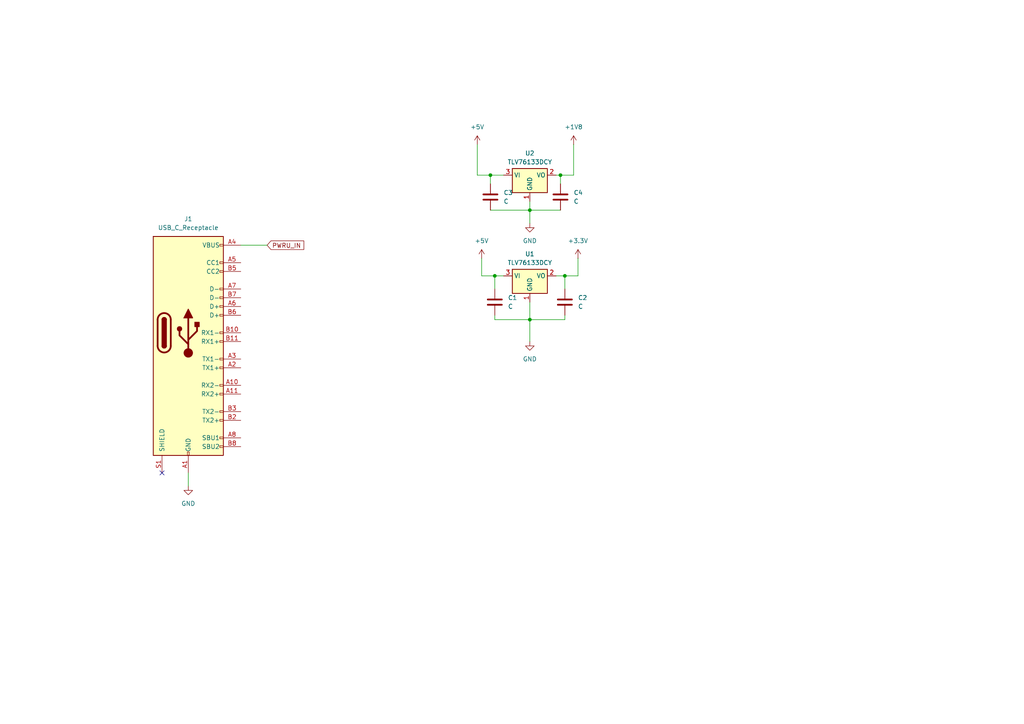
<source format=kicad_sch>
(kicad_sch
	(version 20231120)
	(generator "eeschema")
	(generator_version "8.0")
	(uuid "9673fe47-6f85-46d5-adac-85f6bab3eb26")
	(paper "A4")
	(lib_symbols
		(symbol "Connector:USB_C_Receptacle"
			(pin_names
				(offset 1.016)
			)
			(exclude_from_sim no)
			(in_bom yes)
			(on_board yes)
			(property "Reference" "J"
				(at -10.16 29.21 0)
				(effects
					(font
						(size 1.27 1.27)
					)
					(justify left)
				)
			)
			(property "Value" "USB_C_Receptacle"
				(at 10.16 29.21 0)
				(effects
					(font
						(size 1.27 1.27)
					)
					(justify right)
				)
			)
			(property "Footprint" ""
				(at 3.81 0 0)
				(effects
					(font
						(size 1.27 1.27)
					)
					(hide yes)
				)
			)
			(property "Datasheet" "https://www.usb.org/sites/default/files/documents/usb_type-c.zip"
				(at 3.81 0 0)
				(effects
					(font
						(size 1.27 1.27)
					)
					(hide yes)
				)
			)
			(property "Description" "USB Full-Featured Type-C Receptacle connector"
				(at 0 0 0)
				(effects
					(font
						(size 1.27 1.27)
					)
					(hide yes)
				)
			)
			(property "ki_keywords" "usb universal serial bus type-C full-featured"
				(at 0 0 0)
				(effects
					(font
						(size 1.27 1.27)
					)
					(hide yes)
				)
			)
			(property "ki_fp_filters" "USB*C*Receptacle*"
				(at 0 0 0)
				(effects
					(font
						(size 1.27 1.27)
					)
					(hide yes)
				)
			)
			(symbol "USB_C_Receptacle_0_0"
				(rectangle
					(start -0.254 -35.56)
					(end 0.254 -34.544)
					(stroke
						(width 0)
						(type default)
					)
					(fill
						(type none)
					)
				)
				(rectangle
					(start 10.16 -32.766)
					(end 9.144 -33.274)
					(stroke
						(width 0)
						(type default)
					)
					(fill
						(type none)
					)
				)
				(rectangle
					(start 10.16 -30.226)
					(end 9.144 -30.734)
					(stroke
						(width 0)
						(type default)
					)
					(fill
						(type none)
					)
				)
				(rectangle
					(start 10.16 -25.146)
					(end 9.144 -25.654)
					(stroke
						(width 0)
						(type default)
					)
					(fill
						(type none)
					)
				)
				(rectangle
					(start 10.16 -22.606)
					(end 9.144 -23.114)
					(stroke
						(width 0)
						(type default)
					)
					(fill
						(type none)
					)
				)
				(rectangle
					(start 10.16 -17.526)
					(end 9.144 -18.034)
					(stroke
						(width 0)
						(type default)
					)
					(fill
						(type none)
					)
				)
				(rectangle
					(start 10.16 -14.986)
					(end 9.144 -15.494)
					(stroke
						(width 0)
						(type default)
					)
					(fill
						(type none)
					)
				)
				(rectangle
					(start 10.16 -9.906)
					(end 9.144 -10.414)
					(stroke
						(width 0)
						(type default)
					)
					(fill
						(type none)
					)
				)
				(rectangle
					(start 10.16 -7.366)
					(end 9.144 -7.874)
					(stroke
						(width 0)
						(type default)
					)
					(fill
						(type none)
					)
				)
				(rectangle
					(start 10.16 -2.286)
					(end 9.144 -2.794)
					(stroke
						(width 0)
						(type default)
					)
					(fill
						(type none)
					)
				)
				(rectangle
					(start 10.16 0.254)
					(end 9.144 -0.254)
					(stroke
						(width 0)
						(type default)
					)
					(fill
						(type none)
					)
				)
				(rectangle
					(start 10.16 5.334)
					(end 9.144 4.826)
					(stroke
						(width 0)
						(type default)
					)
					(fill
						(type none)
					)
				)
				(rectangle
					(start 10.16 7.874)
					(end 9.144 7.366)
					(stroke
						(width 0)
						(type default)
					)
					(fill
						(type none)
					)
				)
				(rectangle
					(start 10.16 10.414)
					(end 9.144 9.906)
					(stroke
						(width 0)
						(type default)
					)
					(fill
						(type none)
					)
				)
				(rectangle
					(start 10.16 12.954)
					(end 9.144 12.446)
					(stroke
						(width 0)
						(type default)
					)
					(fill
						(type none)
					)
				)
				(rectangle
					(start 10.16 18.034)
					(end 9.144 17.526)
					(stroke
						(width 0)
						(type default)
					)
					(fill
						(type none)
					)
				)
				(rectangle
					(start 10.16 20.574)
					(end 9.144 20.066)
					(stroke
						(width 0)
						(type default)
					)
					(fill
						(type none)
					)
				)
				(rectangle
					(start 10.16 25.654)
					(end 9.144 25.146)
					(stroke
						(width 0)
						(type default)
					)
					(fill
						(type none)
					)
				)
			)
			(symbol "USB_C_Receptacle_0_1"
				(rectangle
					(start -10.16 27.94)
					(end 10.16 -35.56)
					(stroke
						(width 0.254)
						(type default)
					)
					(fill
						(type background)
					)
				)
				(arc
					(start -8.89 -3.81)
					(mid -6.985 -5.7067)
					(end -5.08 -3.81)
					(stroke
						(width 0.508)
						(type default)
					)
					(fill
						(type none)
					)
				)
				(arc
					(start -7.62 -3.81)
					(mid -6.985 -4.4423)
					(end -6.35 -3.81)
					(stroke
						(width 0.254)
						(type default)
					)
					(fill
						(type none)
					)
				)
				(arc
					(start -7.62 -3.81)
					(mid -6.985 -4.4423)
					(end -6.35 -3.81)
					(stroke
						(width 0.254)
						(type default)
					)
					(fill
						(type outline)
					)
				)
				(rectangle
					(start -7.62 -3.81)
					(end -6.35 3.81)
					(stroke
						(width 0.254)
						(type default)
					)
					(fill
						(type outline)
					)
				)
				(arc
					(start -6.35 3.81)
					(mid -6.985 4.4423)
					(end -7.62 3.81)
					(stroke
						(width 0.254)
						(type default)
					)
					(fill
						(type none)
					)
				)
				(arc
					(start -6.35 3.81)
					(mid -6.985 4.4423)
					(end -7.62 3.81)
					(stroke
						(width 0.254)
						(type default)
					)
					(fill
						(type outline)
					)
				)
				(arc
					(start -5.08 3.81)
					(mid -6.985 5.7067)
					(end -8.89 3.81)
					(stroke
						(width 0.508)
						(type default)
					)
					(fill
						(type none)
					)
				)
				(polyline
					(pts
						(xy -8.89 -3.81) (xy -8.89 3.81)
					)
					(stroke
						(width 0.508)
						(type default)
					)
					(fill
						(type none)
					)
				)
				(polyline
					(pts
						(xy -5.08 3.81) (xy -5.08 -3.81)
					)
					(stroke
						(width 0.508)
						(type default)
					)
					(fill
						(type none)
					)
				)
			)
			(symbol "USB_C_Receptacle_1_1"
				(circle
					(center -2.54 1.143)
					(radius 0.635)
					(stroke
						(width 0.254)
						(type default)
					)
					(fill
						(type outline)
					)
				)
				(circle
					(center 0 -5.842)
					(radius 1.27)
					(stroke
						(width 0)
						(type default)
					)
					(fill
						(type outline)
					)
				)
				(polyline
					(pts
						(xy 0 -5.842) (xy 0 4.318)
					)
					(stroke
						(width 0.508)
						(type default)
					)
					(fill
						(type none)
					)
				)
				(polyline
					(pts
						(xy 0 -3.302) (xy -2.54 -0.762) (xy -2.54 0.508)
					)
					(stroke
						(width 0.508)
						(type default)
					)
					(fill
						(type none)
					)
				)
				(polyline
					(pts
						(xy 0 -2.032) (xy 2.54 0.508) (xy 2.54 1.778)
					)
					(stroke
						(width 0.508)
						(type default)
					)
					(fill
						(type none)
					)
				)
				(polyline
					(pts
						(xy -1.27 4.318) (xy 0 6.858) (xy 1.27 4.318) (xy -1.27 4.318)
					)
					(stroke
						(width 0.254)
						(type default)
					)
					(fill
						(type outline)
					)
				)
				(rectangle
					(start 1.905 1.778)
					(end 3.175 3.048)
					(stroke
						(width 0.254)
						(type default)
					)
					(fill
						(type outline)
					)
				)
				(pin passive line
					(at 0 -40.64 90)
					(length 5.08)
					(name "GND"
						(effects
							(font
								(size 1.27 1.27)
							)
						)
					)
					(number "A1"
						(effects
							(font
								(size 1.27 1.27)
							)
						)
					)
				)
				(pin bidirectional line
					(at 15.24 -15.24 180)
					(length 5.08)
					(name "RX2-"
						(effects
							(font
								(size 1.27 1.27)
							)
						)
					)
					(number "A10"
						(effects
							(font
								(size 1.27 1.27)
							)
						)
					)
				)
				(pin bidirectional line
					(at 15.24 -17.78 180)
					(length 5.08)
					(name "RX2+"
						(effects
							(font
								(size 1.27 1.27)
							)
						)
					)
					(number "A11"
						(effects
							(font
								(size 1.27 1.27)
							)
						)
					)
				)
				(pin passive line
					(at 0 -40.64 90)
					(length 5.08) hide
					(name "GND"
						(effects
							(font
								(size 1.27 1.27)
							)
						)
					)
					(number "A12"
						(effects
							(font
								(size 1.27 1.27)
							)
						)
					)
				)
				(pin bidirectional line
					(at 15.24 -10.16 180)
					(length 5.08)
					(name "TX1+"
						(effects
							(font
								(size 1.27 1.27)
							)
						)
					)
					(number "A2"
						(effects
							(font
								(size 1.27 1.27)
							)
						)
					)
				)
				(pin bidirectional line
					(at 15.24 -7.62 180)
					(length 5.08)
					(name "TX1-"
						(effects
							(font
								(size 1.27 1.27)
							)
						)
					)
					(number "A3"
						(effects
							(font
								(size 1.27 1.27)
							)
						)
					)
				)
				(pin passive line
					(at 15.24 25.4 180)
					(length 5.08)
					(name "VBUS"
						(effects
							(font
								(size 1.27 1.27)
							)
						)
					)
					(number "A4"
						(effects
							(font
								(size 1.27 1.27)
							)
						)
					)
				)
				(pin bidirectional line
					(at 15.24 20.32 180)
					(length 5.08)
					(name "CC1"
						(effects
							(font
								(size 1.27 1.27)
							)
						)
					)
					(number "A5"
						(effects
							(font
								(size 1.27 1.27)
							)
						)
					)
				)
				(pin bidirectional line
					(at 15.24 7.62 180)
					(length 5.08)
					(name "D+"
						(effects
							(font
								(size 1.27 1.27)
							)
						)
					)
					(number "A6"
						(effects
							(font
								(size 1.27 1.27)
							)
						)
					)
				)
				(pin bidirectional line
					(at 15.24 12.7 180)
					(length 5.08)
					(name "D-"
						(effects
							(font
								(size 1.27 1.27)
							)
						)
					)
					(number "A7"
						(effects
							(font
								(size 1.27 1.27)
							)
						)
					)
				)
				(pin bidirectional line
					(at 15.24 -30.48 180)
					(length 5.08)
					(name "SBU1"
						(effects
							(font
								(size 1.27 1.27)
							)
						)
					)
					(number "A8"
						(effects
							(font
								(size 1.27 1.27)
							)
						)
					)
				)
				(pin passive line
					(at 15.24 25.4 180)
					(length 5.08) hide
					(name "VBUS"
						(effects
							(font
								(size 1.27 1.27)
							)
						)
					)
					(number "A9"
						(effects
							(font
								(size 1.27 1.27)
							)
						)
					)
				)
				(pin passive line
					(at 0 -40.64 90)
					(length 5.08) hide
					(name "GND"
						(effects
							(font
								(size 1.27 1.27)
							)
						)
					)
					(number "B1"
						(effects
							(font
								(size 1.27 1.27)
							)
						)
					)
				)
				(pin bidirectional line
					(at 15.24 0 180)
					(length 5.08)
					(name "RX1-"
						(effects
							(font
								(size 1.27 1.27)
							)
						)
					)
					(number "B10"
						(effects
							(font
								(size 1.27 1.27)
							)
						)
					)
				)
				(pin bidirectional line
					(at 15.24 -2.54 180)
					(length 5.08)
					(name "RX1+"
						(effects
							(font
								(size 1.27 1.27)
							)
						)
					)
					(number "B11"
						(effects
							(font
								(size 1.27 1.27)
							)
						)
					)
				)
				(pin passive line
					(at 0 -40.64 90)
					(length 5.08) hide
					(name "GND"
						(effects
							(font
								(size 1.27 1.27)
							)
						)
					)
					(number "B12"
						(effects
							(font
								(size 1.27 1.27)
							)
						)
					)
				)
				(pin bidirectional line
					(at 15.24 -25.4 180)
					(length 5.08)
					(name "TX2+"
						(effects
							(font
								(size 1.27 1.27)
							)
						)
					)
					(number "B2"
						(effects
							(font
								(size 1.27 1.27)
							)
						)
					)
				)
				(pin bidirectional line
					(at 15.24 -22.86 180)
					(length 5.08)
					(name "TX2-"
						(effects
							(font
								(size 1.27 1.27)
							)
						)
					)
					(number "B3"
						(effects
							(font
								(size 1.27 1.27)
							)
						)
					)
				)
				(pin passive line
					(at 15.24 25.4 180)
					(length 5.08) hide
					(name "VBUS"
						(effects
							(font
								(size 1.27 1.27)
							)
						)
					)
					(number "B4"
						(effects
							(font
								(size 1.27 1.27)
							)
						)
					)
				)
				(pin bidirectional line
					(at 15.24 17.78 180)
					(length 5.08)
					(name "CC2"
						(effects
							(font
								(size 1.27 1.27)
							)
						)
					)
					(number "B5"
						(effects
							(font
								(size 1.27 1.27)
							)
						)
					)
				)
				(pin bidirectional line
					(at 15.24 5.08 180)
					(length 5.08)
					(name "D+"
						(effects
							(font
								(size 1.27 1.27)
							)
						)
					)
					(number "B6"
						(effects
							(font
								(size 1.27 1.27)
							)
						)
					)
				)
				(pin bidirectional line
					(at 15.24 10.16 180)
					(length 5.08)
					(name "D-"
						(effects
							(font
								(size 1.27 1.27)
							)
						)
					)
					(number "B7"
						(effects
							(font
								(size 1.27 1.27)
							)
						)
					)
				)
				(pin bidirectional line
					(at 15.24 -33.02 180)
					(length 5.08)
					(name "SBU2"
						(effects
							(font
								(size 1.27 1.27)
							)
						)
					)
					(number "B8"
						(effects
							(font
								(size 1.27 1.27)
							)
						)
					)
				)
				(pin passive line
					(at 15.24 25.4 180)
					(length 5.08) hide
					(name "VBUS"
						(effects
							(font
								(size 1.27 1.27)
							)
						)
					)
					(number "B9"
						(effects
							(font
								(size 1.27 1.27)
							)
						)
					)
				)
				(pin passive line
					(at -7.62 -40.64 90)
					(length 5.08)
					(name "SHIELD"
						(effects
							(font
								(size 1.27 1.27)
							)
						)
					)
					(number "S1"
						(effects
							(font
								(size 1.27 1.27)
							)
						)
					)
				)
			)
		)
		(symbol "Device:C"
			(pin_numbers hide)
			(pin_names
				(offset 0.254)
			)
			(exclude_from_sim no)
			(in_bom yes)
			(on_board yes)
			(property "Reference" "C"
				(at 0.635 2.54 0)
				(effects
					(font
						(size 1.27 1.27)
					)
					(justify left)
				)
			)
			(property "Value" "C"
				(at 0.635 -2.54 0)
				(effects
					(font
						(size 1.27 1.27)
					)
					(justify left)
				)
			)
			(property "Footprint" ""
				(at 0.9652 -3.81 0)
				(effects
					(font
						(size 1.27 1.27)
					)
					(hide yes)
				)
			)
			(property "Datasheet" "~"
				(at 0 0 0)
				(effects
					(font
						(size 1.27 1.27)
					)
					(hide yes)
				)
			)
			(property "Description" "Unpolarized capacitor"
				(at 0 0 0)
				(effects
					(font
						(size 1.27 1.27)
					)
					(hide yes)
				)
			)
			(property "ki_keywords" "cap capacitor"
				(at 0 0 0)
				(effects
					(font
						(size 1.27 1.27)
					)
					(hide yes)
				)
			)
			(property "ki_fp_filters" "C_*"
				(at 0 0 0)
				(effects
					(font
						(size 1.27 1.27)
					)
					(hide yes)
				)
			)
			(symbol "C_0_1"
				(polyline
					(pts
						(xy -2.032 -0.762) (xy 2.032 -0.762)
					)
					(stroke
						(width 0.508)
						(type default)
					)
					(fill
						(type none)
					)
				)
				(polyline
					(pts
						(xy -2.032 0.762) (xy 2.032 0.762)
					)
					(stroke
						(width 0.508)
						(type default)
					)
					(fill
						(type none)
					)
				)
			)
			(symbol "C_1_1"
				(pin passive line
					(at 0 3.81 270)
					(length 2.794)
					(name "~"
						(effects
							(font
								(size 1.27 1.27)
							)
						)
					)
					(number "1"
						(effects
							(font
								(size 1.27 1.27)
							)
						)
					)
				)
				(pin passive line
					(at 0 -3.81 90)
					(length 2.794)
					(name "~"
						(effects
							(font
								(size 1.27 1.27)
							)
						)
					)
					(number "2"
						(effects
							(font
								(size 1.27 1.27)
							)
						)
					)
				)
			)
		)
		(symbol "Regulator_Linear:TLV76133DCY"
			(exclude_from_sim no)
			(in_bom yes)
			(on_board yes)
			(property "Reference" "U"
				(at -7.62 6.35 0)
				(effects
					(font
						(size 1.27 1.27)
					)
					(justify left)
				)
			)
			(property "Value" "TLV76133DCY"
				(at -1.27 6.35 0)
				(effects
					(font
						(size 1.27 1.27)
					)
					(justify left)
				)
			)
			(property "Footprint" "Package_TO_SOT_SMD:SOT-223-3_TabPin2"
				(at 0 -11.43 0)
				(effects
					(font
						(size 1.27 1.27)
					)
					(hide yes)
				)
			)
			(property "Datasheet" "https://www.ti.com/lit/ds/symlink/tlv761.pdf"
				(at 0 -13.97 0)
				(effects
					(font
						(size 1.27 1.27)
					)
					(hide yes)
				)
			)
			(property "Description" "3.3V, 1A, Low Noise, High-PSRR LDO Regulator, 2.5V...16V input, SOT-223"
				(at 0 0 0)
				(effects
					(font
						(size 1.27 1.27)
					)
					(hide yes)
				)
			)
			(property "ki_keywords" "voltage fixed low-dropout"
				(at 0 0 0)
				(effects
					(font
						(size 1.27 1.27)
					)
					(hide yes)
				)
			)
			(property "ki_fp_filters" "SOT*223*"
				(at 0 0 0)
				(effects
					(font
						(size 1.27 1.27)
					)
					(hide yes)
				)
			)
			(symbol "TLV76133DCY_0_1"
				(rectangle
					(start -5.08 -5.08)
					(end 5.08 1.905)
					(stroke
						(width 0.254)
						(type default)
					)
					(fill
						(type background)
					)
				)
			)
			(symbol "TLV76133DCY_1_1"
				(pin power_in line
					(at 0 -7.62 90)
					(length 2.54)
					(name "GND"
						(effects
							(font
								(size 1.27 1.27)
							)
						)
					)
					(number "1"
						(effects
							(font
								(size 1.27 1.27)
							)
						)
					)
				)
				(pin power_out line
					(at 7.62 0 180)
					(length 2.54)
					(name "VO"
						(effects
							(font
								(size 1.27 1.27)
							)
						)
					)
					(number "2"
						(effects
							(font
								(size 1.27 1.27)
							)
						)
					)
				)
				(pin power_in line
					(at -7.62 0 0)
					(length 2.54)
					(name "VI"
						(effects
							(font
								(size 1.27 1.27)
							)
						)
					)
					(number "3"
						(effects
							(font
								(size 1.27 1.27)
							)
						)
					)
				)
			)
		)
		(symbol "power:+1V8"
			(power)
			(pin_numbers hide)
			(pin_names
				(offset 0) hide)
			(exclude_from_sim no)
			(in_bom yes)
			(on_board yes)
			(property "Reference" "#PWR"
				(at 0 -3.81 0)
				(effects
					(font
						(size 1.27 1.27)
					)
					(hide yes)
				)
			)
			(property "Value" "+1V8"
				(at 0 3.556 0)
				(effects
					(font
						(size 1.27 1.27)
					)
				)
			)
			(property "Footprint" ""
				(at 0 0 0)
				(effects
					(font
						(size 1.27 1.27)
					)
					(hide yes)
				)
			)
			(property "Datasheet" ""
				(at 0 0 0)
				(effects
					(font
						(size 1.27 1.27)
					)
					(hide yes)
				)
			)
			(property "Description" "Power symbol creates a global label with name \"+1V8\""
				(at 0 0 0)
				(effects
					(font
						(size 1.27 1.27)
					)
					(hide yes)
				)
			)
			(property "ki_keywords" "global power"
				(at 0 0 0)
				(effects
					(font
						(size 1.27 1.27)
					)
					(hide yes)
				)
			)
			(symbol "+1V8_0_1"
				(polyline
					(pts
						(xy -0.762 1.27) (xy 0 2.54)
					)
					(stroke
						(width 0)
						(type default)
					)
					(fill
						(type none)
					)
				)
				(polyline
					(pts
						(xy 0 0) (xy 0 2.54)
					)
					(stroke
						(width 0)
						(type default)
					)
					(fill
						(type none)
					)
				)
				(polyline
					(pts
						(xy 0 2.54) (xy 0.762 1.27)
					)
					(stroke
						(width 0)
						(type default)
					)
					(fill
						(type none)
					)
				)
			)
			(symbol "+1V8_1_1"
				(pin power_in line
					(at 0 0 90)
					(length 0)
					(name "~"
						(effects
							(font
								(size 1.27 1.27)
							)
						)
					)
					(number "1"
						(effects
							(font
								(size 1.27 1.27)
							)
						)
					)
				)
			)
		)
		(symbol "power:+3.3V"
			(power)
			(pin_numbers hide)
			(pin_names
				(offset 0) hide)
			(exclude_from_sim no)
			(in_bom yes)
			(on_board yes)
			(property "Reference" "#PWR"
				(at 0 -3.81 0)
				(effects
					(font
						(size 1.27 1.27)
					)
					(hide yes)
				)
			)
			(property "Value" "+3.3V"
				(at 0 3.556 0)
				(effects
					(font
						(size 1.27 1.27)
					)
				)
			)
			(property "Footprint" ""
				(at 0 0 0)
				(effects
					(font
						(size 1.27 1.27)
					)
					(hide yes)
				)
			)
			(property "Datasheet" ""
				(at 0 0 0)
				(effects
					(font
						(size 1.27 1.27)
					)
					(hide yes)
				)
			)
			(property "Description" "Power symbol creates a global label with name \"+3.3V\""
				(at 0 0 0)
				(effects
					(font
						(size 1.27 1.27)
					)
					(hide yes)
				)
			)
			(property "ki_keywords" "global power"
				(at 0 0 0)
				(effects
					(font
						(size 1.27 1.27)
					)
					(hide yes)
				)
			)
			(symbol "+3.3V_0_1"
				(polyline
					(pts
						(xy -0.762 1.27) (xy 0 2.54)
					)
					(stroke
						(width 0)
						(type default)
					)
					(fill
						(type none)
					)
				)
				(polyline
					(pts
						(xy 0 0) (xy 0 2.54)
					)
					(stroke
						(width 0)
						(type default)
					)
					(fill
						(type none)
					)
				)
				(polyline
					(pts
						(xy 0 2.54) (xy 0.762 1.27)
					)
					(stroke
						(width 0)
						(type default)
					)
					(fill
						(type none)
					)
				)
			)
			(symbol "+3.3V_1_1"
				(pin power_in line
					(at 0 0 90)
					(length 0)
					(name "~"
						(effects
							(font
								(size 1.27 1.27)
							)
						)
					)
					(number "1"
						(effects
							(font
								(size 1.27 1.27)
							)
						)
					)
				)
			)
		)
		(symbol "power:+5V"
			(power)
			(pin_numbers hide)
			(pin_names
				(offset 0) hide)
			(exclude_from_sim no)
			(in_bom yes)
			(on_board yes)
			(property "Reference" "#PWR"
				(at 0 -3.81 0)
				(effects
					(font
						(size 1.27 1.27)
					)
					(hide yes)
				)
			)
			(property "Value" "+5V"
				(at 0 3.556 0)
				(effects
					(font
						(size 1.27 1.27)
					)
				)
			)
			(property "Footprint" ""
				(at 0 0 0)
				(effects
					(font
						(size 1.27 1.27)
					)
					(hide yes)
				)
			)
			(property "Datasheet" ""
				(at 0 0 0)
				(effects
					(font
						(size 1.27 1.27)
					)
					(hide yes)
				)
			)
			(property "Description" "Power symbol creates a global label with name \"+5V\""
				(at 0 0 0)
				(effects
					(font
						(size 1.27 1.27)
					)
					(hide yes)
				)
			)
			(property "ki_keywords" "global power"
				(at 0 0 0)
				(effects
					(font
						(size 1.27 1.27)
					)
					(hide yes)
				)
			)
			(symbol "+5V_0_1"
				(polyline
					(pts
						(xy -0.762 1.27) (xy 0 2.54)
					)
					(stroke
						(width 0)
						(type default)
					)
					(fill
						(type none)
					)
				)
				(polyline
					(pts
						(xy 0 0) (xy 0 2.54)
					)
					(stroke
						(width 0)
						(type default)
					)
					(fill
						(type none)
					)
				)
				(polyline
					(pts
						(xy 0 2.54) (xy 0.762 1.27)
					)
					(stroke
						(width 0)
						(type default)
					)
					(fill
						(type none)
					)
				)
			)
			(symbol "+5V_1_1"
				(pin power_in line
					(at 0 0 90)
					(length 0)
					(name "~"
						(effects
							(font
								(size 1.27 1.27)
							)
						)
					)
					(number "1"
						(effects
							(font
								(size 1.27 1.27)
							)
						)
					)
				)
			)
		)
		(symbol "power:GND"
			(power)
			(pin_numbers hide)
			(pin_names
				(offset 0) hide)
			(exclude_from_sim no)
			(in_bom yes)
			(on_board yes)
			(property "Reference" "#PWR"
				(at 0 -6.35 0)
				(effects
					(font
						(size 1.27 1.27)
					)
					(hide yes)
				)
			)
			(property "Value" "GND"
				(at 0 -3.81 0)
				(effects
					(font
						(size 1.27 1.27)
					)
				)
			)
			(property "Footprint" ""
				(at 0 0 0)
				(effects
					(font
						(size 1.27 1.27)
					)
					(hide yes)
				)
			)
			(property "Datasheet" ""
				(at 0 0 0)
				(effects
					(font
						(size 1.27 1.27)
					)
					(hide yes)
				)
			)
			(property "Description" "Power symbol creates a global label with name \"GND\" , ground"
				(at 0 0 0)
				(effects
					(font
						(size 1.27 1.27)
					)
					(hide yes)
				)
			)
			(property "ki_keywords" "global power"
				(at 0 0 0)
				(effects
					(font
						(size 1.27 1.27)
					)
					(hide yes)
				)
			)
			(symbol "GND_0_1"
				(polyline
					(pts
						(xy 0 0) (xy 0 -1.27) (xy 1.27 -1.27) (xy 0 -2.54) (xy -1.27 -1.27) (xy 0 -1.27)
					)
					(stroke
						(width 0)
						(type default)
					)
					(fill
						(type none)
					)
				)
			)
			(symbol "GND_1_1"
				(pin power_in line
					(at 0 0 270)
					(length 0)
					(name "~"
						(effects
							(font
								(size 1.27 1.27)
							)
						)
					)
					(number "1"
						(effects
							(font
								(size 1.27 1.27)
							)
						)
					)
				)
			)
		)
	)
	(junction
		(at 142.24 50.8)
		(diameter 0)
		(color 0 0 0 0)
		(uuid "047c3d44-d8e5-45da-8a9f-ca117870bc0c")
	)
	(junction
		(at 153.67 92.71)
		(diameter 0)
		(color 0 0 0 0)
		(uuid "33d124f9-dfff-40bf-aa1a-f79057ec0c9c")
	)
	(junction
		(at 143.51 80.01)
		(diameter 0)
		(color 0 0 0 0)
		(uuid "5155607d-8aa1-44ee-9dca-a28e97809fae")
	)
	(junction
		(at 162.56 50.8)
		(diameter 0)
		(color 0 0 0 0)
		(uuid "6c4c9a8c-91e5-4625-b338-59df4c41d6f3")
	)
	(junction
		(at 163.83 80.01)
		(diameter 0)
		(color 0 0 0 0)
		(uuid "75c556f9-079d-4ee8-a7d7-6da05c39f3df")
	)
	(junction
		(at 153.67 60.96)
		(diameter 0)
		(color 0 0 0 0)
		(uuid "ea07eaa5-6d62-4a28-9c03-26fdd1c4b4dc")
	)
	(no_connect
		(at 46.99 137.16)
		(uuid "d1fa63a2-3167-4274-90a6-a6ed605a3ecf")
	)
	(wire
		(pts
			(xy 153.67 92.71) (xy 163.83 92.71)
		)
		(stroke
			(width 0)
			(type default)
		)
		(uuid "0164b759-564b-4d63-8cec-b6c8c4c9c357")
	)
	(wire
		(pts
			(xy 143.51 92.71) (xy 153.67 92.71)
		)
		(stroke
			(width 0)
			(type default)
		)
		(uuid "0483943d-873c-4a07-8f84-2cc4859ff2db")
	)
	(wire
		(pts
			(xy 143.51 80.01) (xy 143.51 83.82)
		)
		(stroke
			(width 0)
			(type default)
		)
		(uuid "10bf71d2-cb4a-4d30-a53b-c63ceb4ddea1")
	)
	(wire
		(pts
			(xy 142.24 50.8) (xy 138.43 50.8)
		)
		(stroke
			(width 0)
			(type default)
		)
		(uuid "1ece00d3-e6ca-45a4-9f81-7b9ae6485e6e")
	)
	(wire
		(pts
			(xy 163.83 91.44) (xy 163.83 92.71)
		)
		(stroke
			(width 0)
			(type default)
		)
		(uuid "1f7d1fe3-7c48-471d-9f8c-3849e6a59bce")
	)
	(wire
		(pts
			(xy 143.51 91.44) (xy 143.51 92.71)
		)
		(stroke
			(width 0)
			(type default)
		)
		(uuid "26ef3602-9731-4fb5-b199-e1a3aafcc40b")
	)
	(wire
		(pts
			(xy 162.56 50.8) (xy 161.29 50.8)
		)
		(stroke
			(width 0)
			(type default)
		)
		(uuid "2f88cf7a-48ff-4023-8bc7-ebf7c175a825")
	)
	(wire
		(pts
			(xy 153.67 58.42) (xy 153.67 60.96)
		)
		(stroke
			(width 0)
			(type default)
		)
		(uuid "4218285c-192a-4f9f-b085-969fe4ed70ac")
	)
	(wire
		(pts
			(xy 54.61 137.16) (xy 54.61 140.97)
		)
		(stroke
			(width 0)
			(type default)
		)
		(uuid "504fa7e7-cbcc-47f7-9723-c6f46124a823")
	)
	(wire
		(pts
			(xy 142.24 50.8) (xy 142.24 53.34)
		)
		(stroke
			(width 0)
			(type default)
		)
		(uuid "545e9c78-041b-44be-ae2a-9c9f216faea8")
	)
	(wire
		(pts
			(xy 163.83 80.01) (xy 163.83 83.82)
		)
		(stroke
			(width 0)
			(type default)
		)
		(uuid "5f4a4551-4eb1-4c51-83ef-2528f040da55")
	)
	(wire
		(pts
			(xy 161.29 80.01) (xy 163.83 80.01)
		)
		(stroke
			(width 0)
			(type default)
		)
		(uuid "62b3282c-bc34-4722-b249-132e6007ca03")
	)
	(wire
		(pts
			(xy 166.37 41.91) (xy 166.37 50.8)
		)
		(stroke
			(width 0)
			(type default)
		)
		(uuid "72b08b8d-c7b3-4431-84c7-8d7a2a34a086")
	)
	(wire
		(pts
			(xy 142.24 60.96) (xy 153.67 60.96)
		)
		(stroke
			(width 0)
			(type default)
		)
		(uuid "7a8bfb77-1fc7-4e2b-942d-267337ee3226")
	)
	(wire
		(pts
			(xy 146.05 50.8) (xy 142.24 50.8)
		)
		(stroke
			(width 0)
			(type default)
		)
		(uuid "81907c3a-00c4-4b74-a1d1-fd318e0287aa")
	)
	(wire
		(pts
			(xy 153.67 60.96) (xy 162.56 60.96)
		)
		(stroke
			(width 0)
			(type default)
		)
		(uuid "9858a46b-d094-4990-9d8f-2ad475d4de63")
	)
	(wire
		(pts
			(xy 163.83 80.01) (xy 167.64 80.01)
		)
		(stroke
			(width 0)
			(type default)
		)
		(uuid "a5c48e87-8cb7-497b-b0e0-f283412b3964")
	)
	(wire
		(pts
			(xy 167.64 80.01) (xy 167.64 74.93)
		)
		(stroke
			(width 0)
			(type default)
		)
		(uuid "a6a23c09-bfef-48df-be8d-f5f83117291a")
	)
	(wire
		(pts
			(xy 162.56 50.8) (xy 162.56 53.34)
		)
		(stroke
			(width 0)
			(type default)
		)
		(uuid "badb4786-a930-4a39-a39f-de587179bef8")
	)
	(wire
		(pts
			(xy 143.51 80.01) (xy 146.05 80.01)
		)
		(stroke
			(width 0)
			(type default)
		)
		(uuid "c6d58016-7659-426d-b60b-86e75161744d")
	)
	(wire
		(pts
			(xy 153.67 87.63) (xy 153.67 92.71)
		)
		(stroke
			(width 0)
			(type default)
		)
		(uuid "cd87579e-770f-4702-b7de-09e5781b64a4")
	)
	(wire
		(pts
			(xy 139.7 80.01) (xy 143.51 80.01)
		)
		(stroke
			(width 0)
			(type default)
		)
		(uuid "cdd7d4ad-97ec-4bd3-bab8-4cde4fdd1a53")
	)
	(wire
		(pts
			(xy 69.85 71.12) (xy 77.47 71.12)
		)
		(stroke
			(width 0)
			(type default)
		)
		(uuid "cf640b71-5fa4-4021-81df-e83dd03a6ac3")
	)
	(wire
		(pts
			(xy 139.7 80.01) (xy 139.7 74.93)
		)
		(stroke
			(width 0)
			(type default)
		)
		(uuid "d20230ac-b42e-42fe-8347-c8b3ead35fa3")
	)
	(wire
		(pts
			(xy 153.67 92.71) (xy 153.67 99.06)
		)
		(stroke
			(width 0)
			(type default)
		)
		(uuid "d4a029e0-d803-497c-8d41-e1cd99227d1e")
	)
	(wire
		(pts
			(xy 166.37 50.8) (xy 162.56 50.8)
		)
		(stroke
			(width 0)
			(type default)
		)
		(uuid "e4b62072-798c-402c-b360-357472f27a1c")
	)
	(wire
		(pts
			(xy 138.43 50.8) (xy 138.43 41.91)
		)
		(stroke
			(width 0)
			(type default)
		)
		(uuid "f50a589c-0ec2-4d88-ace9-76fa5847375a")
	)
	(wire
		(pts
			(xy 153.67 60.96) (xy 153.67 64.77)
		)
		(stroke
			(width 0)
			(type default)
		)
		(uuid "f7c06d30-cd34-4268-99b6-2363f8f86bd5")
	)
	(global_label "PWRU_IN"
		(shape input)
		(at 77.47 71.12 0)
		(fields_autoplaced yes)
		(effects
			(font
				(size 1.27 1.27)
			)
			(justify left)
		)
		(uuid "e4014f77-f749-4f9a-b9b5-06d30e8faea7")
		(property "Intersheetrefs" "${INTERSHEET_REFS}"
			(at 88.68 71.12 0)
			(effects
				(font
					(size 1.27 1.27)
				)
				(justify left)
				(hide yes)
			)
		)
	)
	(symbol
		(lib_id "power:GND")
		(at 54.61 140.97 0)
		(unit 1)
		(exclude_from_sim no)
		(in_bom yes)
		(on_board yes)
		(dnp no)
		(fields_autoplaced yes)
		(uuid "1b090125-7191-4077-97d1-a4f043dff504")
		(property "Reference" "#PWR01"
			(at 54.61 147.32 0)
			(effects
				(font
					(size 1.27 1.27)
				)
				(hide yes)
			)
		)
		(property "Value" "GND"
			(at 54.61 146.05 0)
			(effects
				(font
					(size 1.27 1.27)
				)
			)
		)
		(property "Footprint" ""
			(at 54.61 140.97 0)
			(effects
				(font
					(size 1.27 1.27)
				)
				(hide yes)
			)
		)
		(property "Datasheet" ""
			(at 54.61 140.97 0)
			(effects
				(font
					(size 1.27 1.27)
				)
				(hide yes)
			)
		)
		(property "Description" "Power symbol creates a global label with name \"GND\" , ground"
			(at 54.61 140.97 0)
			(effects
				(font
					(size 1.27 1.27)
				)
				(hide yes)
			)
		)
		(pin "1"
			(uuid "2e268bf5-5b74-4ded-a0b8-2b2762f2c1b3")
		)
		(instances
			(project ""
				(path "/1f1d514b-67fa-4200-8a91-3df4fa362116/0343c682-befc-4ee5-b37a-1320720af1f7"
					(reference "#PWR01")
					(unit 1)
				)
			)
		)
	)
	(symbol
		(lib_id "power:+5V")
		(at 138.43 41.91 0)
		(unit 1)
		(exclude_from_sim no)
		(in_bom yes)
		(on_board yes)
		(dnp no)
		(fields_autoplaced yes)
		(uuid "2b4f2769-536a-4e85-97dc-0e8c69d8c9be")
		(property "Reference" "#PWR06"
			(at 138.43 45.72 0)
			(effects
				(font
					(size 1.27 1.27)
				)
				(hide yes)
			)
		)
		(property "Value" "+5V"
			(at 138.43 36.83 0)
			(effects
				(font
					(size 1.27 1.27)
				)
			)
		)
		(property "Footprint" ""
			(at 138.43 41.91 0)
			(effects
				(font
					(size 1.27 1.27)
				)
				(hide yes)
			)
		)
		(property "Datasheet" ""
			(at 138.43 41.91 0)
			(effects
				(font
					(size 1.27 1.27)
				)
				(hide yes)
			)
		)
		(property "Description" "Power symbol creates a global label with name \"+5V\""
			(at 138.43 41.91 0)
			(effects
				(font
					(size 1.27 1.27)
				)
				(hide yes)
			)
		)
		(pin "1"
			(uuid "52dc0ba4-4b4e-4d99-b687-b21bd0ce5721")
		)
		(instances
			(project ""
				(path "/1f1d514b-67fa-4200-8a91-3df4fa362116/0343c682-befc-4ee5-b37a-1320720af1f7"
					(reference "#PWR06")
					(unit 1)
				)
			)
		)
	)
	(symbol
		(lib_id "Connector:USB_C_Receptacle")
		(at 54.61 96.52 0)
		(unit 1)
		(exclude_from_sim no)
		(in_bom yes)
		(on_board yes)
		(dnp no)
		(fields_autoplaced yes)
		(uuid "36d248f8-1ea1-4635-a0eb-99a901e8b45a")
		(property "Reference" "J1"
			(at 54.61 63.5 0)
			(effects
				(font
					(size 1.27 1.27)
				)
			)
		)
		(property "Value" "USB_C_Receptacle"
			(at 54.61 66.04 0)
			(effects
				(font
					(size 1.27 1.27)
				)
			)
		)
		(property "Footprint" ""
			(at 58.42 96.52 0)
			(effects
				(font
					(size 1.27 1.27)
				)
				(hide yes)
			)
		)
		(property "Datasheet" "https://www.usb.org/sites/default/files/documents/usb_type-c.zip"
			(at 58.42 96.52 0)
			(effects
				(font
					(size 1.27 1.27)
				)
				(hide yes)
			)
		)
		(property "Description" "USB Full-Featured Type-C Receptacle connector"
			(at 54.61 96.52 0)
			(effects
				(font
					(size 1.27 1.27)
				)
				(hide yes)
			)
		)
		(pin "A3"
			(uuid "e0047e8c-ebe8-480f-a7dc-a75c577ece61")
		)
		(pin "A5"
			(uuid "757d3cc2-d8a5-4226-af9d-edb9b68b8ce6")
		)
		(pin "A11"
			(uuid "241664ff-c6c4-4d87-8269-51be071dfed5")
		)
		(pin "B12"
			(uuid "99a8e8cf-7383-46c6-9410-14f21af160fd")
		)
		(pin "B1"
			(uuid "b5b278d7-cc14-4d20-9bd5-71af2c902e8a")
		)
		(pin "B8"
			(uuid "2aeff05b-882a-4f31-a93f-1b7f5b25b777")
		)
		(pin "A10"
			(uuid "df7e0b96-7f30-4da2-a4b3-0fe75b9e47b0")
		)
		(pin "A12"
			(uuid "9d23341b-d022-4bd7-a20a-ed7badcbb0ce")
		)
		(pin "B4"
			(uuid "a5584db1-f330-4a4f-9300-abd3f5e0fe03")
		)
		(pin "A7"
			(uuid "fec255bd-e4e7-4d36-9850-a5f3e03e0e72")
		)
		(pin "B5"
			(uuid "467efcda-49f3-446d-9b03-7da0522fe5ee")
		)
		(pin "A4"
			(uuid "b8485b9f-ac3f-4ee6-aeb1-a62d4fed90a8")
		)
		(pin "B6"
			(uuid "f132addf-c6af-4f97-aeeb-3444e8e5ce0e")
		)
		(pin "B9"
			(uuid "d69146e7-b693-4df7-9591-5b3e236dad95")
		)
		(pin "B11"
			(uuid "70764401-5627-402a-a62c-a6821f0d2da3")
		)
		(pin "B10"
			(uuid "aa18744b-f8f8-474f-8d66-58a1ec94a2bf")
		)
		(pin "B3"
			(uuid "6fff63ca-a3ff-44b9-a97e-2616bc3567ae")
		)
		(pin "A2"
			(uuid "6c8f0cfd-3150-4187-8970-6edeac583740")
		)
		(pin "A1"
			(uuid "d5b60524-0373-465f-a1e8-4a5688a94278")
		)
		(pin "A9"
			(uuid "6c74b276-0bbf-4fb8-8950-aae6a51fda7c")
		)
		(pin "A6"
			(uuid "f04e0275-d808-4817-892a-342946c533ca")
		)
		(pin "B2"
			(uuid "d223c990-6115-4203-8f0d-d6c7bc24e833")
		)
		(pin "A8"
			(uuid "63807e6d-7d90-4f5a-a795-5cc813c7f90c")
		)
		(pin "B7"
			(uuid "dae603f4-8ca4-4ff2-9630-29289b46e997")
		)
		(pin "S1"
			(uuid "aa6831f3-b0b8-42fc-b9f5-240ce4d190e2")
		)
		(instances
			(project ""
				(path "/1f1d514b-67fa-4200-8a91-3df4fa362116/0343c682-befc-4ee5-b37a-1320720af1f7"
					(reference "J1")
					(unit 1)
				)
			)
		)
	)
	(symbol
		(lib_id "power:GND")
		(at 153.67 64.77 0)
		(unit 1)
		(exclude_from_sim no)
		(in_bom yes)
		(on_board yes)
		(dnp no)
		(fields_autoplaced yes)
		(uuid "42a4d4f9-f2ce-41c3-934a-28ba2be1d03a")
		(property "Reference" "#PWR08"
			(at 153.67 71.12 0)
			(effects
				(font
					(size 1.27 1.27)
				)
				(hide yes)
			)
		)
		(property "Value" "GND"
			(at 153.67 69.85 0)
			(effects
				(font
					(size 1.27 1.27)
				)
			)
		)
		(property "Footprint" ""
			(at 153.67 64.77 0)
			(effects
				(font
					(size 1.27 1.27)
				)
				(hide yes)
			)
		)
		(property "Datasheet" ""
			(at 153.67 64.77 0)
			(effects
				(font
					(size 1.27 1.27)
				)
				(hide yes)
			)
		)
		(property "Description" "Power symbol creates a global label with name \"GND\" , ground"
			(at 153.67 64.77 0)
			(effects
				(font
					(size 1.27 1.27)
				)
				(hide yes)
			)
		)
		(pin "1"
			(uuid "39b79f46-a6c0-4dcb-ac84-7f25cf1a4728")
		)
		(instances
			(project ""
				(path "/1f1d514b-67fa-4200-8a91-3df4fa362116/0343c682-befc-4ee5-b37a-1320720af1f7"
					(reference "#PWR08")
					(unit 1)
				)
			)
		)
	)
	(symbol
		(lib_id "power:+5V")
		(at 139.7 74.93 0)
		(unit 1)
		(exclude_from_sim no)
		(in_bom yes)
		(on_board yes)
		(dnp no)
		(fields_autoplaced yes)
		(uuid "4cdf6c19-5db3-48ce-9ea7-5edb97f5cd34")
		(property "Reference" "#PWR04"
			(at 139.7 78.74 0)
			(effects
				(font
					(size 1.27 1.27)
				)
				(hide yes)
			)
		)
		(property "Value" "+5V"
			(at 139.7 69.85 0)
			(effects
				(font
					(size 1.27 1.27)
				)
			)
		)
		(property "Footprint" ""
			(at 139.7 74.93 0)
			(effects
				(font
					(size 1.27 1.27)
				)
				(hide yes)
			)
		)
		(property "Datasheet" ""
			(at 139.7 74.93 0)
			(effects
				(font
					(size 1.27 1.27)
				)
				(hide yes)
			)
		)
		(property "Description" "Power symbol creates a global label with name \"+5V\""
			(at 139.7 74.93 0)
			(effects
				(font
					(size 1.27 1.27)
				)
				(hide yes)
			)
		)
		(pin "1"
			(uuid "c64e8f90-0b01-463f-94f1-b1efceeaa806")
		)
		(instances
			(project ""
				(path "/1f1d514b-67fa-4200-8a91-3df4fa362116/0343c682-befc-4ee5-b37a-1320720af1f7"
					(reference "#PWR04")
					(unit 1)
				)
			)
		)
	)
	(symbol
		(lib_id "Device:C")
		(at 162.56 57.15 0)
		(unit 1)
		(exclude_from_sim no)
		(in_bom yes)
		(on_board yes)
		(dnp no)
		(fields_autoplaced yes)
		(uuid "4e86e6b7-9d28-417a-a197-fe74dcdf0d51")
		(property "Reference" "C4"
			(at 166.37 55.8799 0)
			(effects
				(font
					(size 1.27 1.27)
				)
				(justify left)
			)
		)
		(property "Value" "C"
			(at 166.37 58.4199 0)
			(effects
				(font
					(size 1.27 1.27)
				)
				(justify left)
			)
		)
		(property "Footprint" ""
			(at 163.5252 60.96 0)
			(effects
				(font
					(size 1.27 1.27)
				)
				(hide yes)
			)
		)
		(property "Datasheet" "~"
			(at 162.56 57.15 0)
			(effects
				(font
					(size 1.27 1.27)
				)
				(hide yes)
			)
		)
		(property "Description" "Unpolarized capacitor"
			(at 162.56 57.15 0)
			(effects
				(font
					(size 1.27 1.27)
				)
				(hide yes)
			)
		)
		(pin "2"
			(uuid "0db78a1b-ab6c-48e9-848d-914c18351f20")
		)
		(pin "1"
			(uuid "1168b6b8-0b22-41ae-9697-8f0dc090cb2b")
		)
		(instances
			(project ""
				(path "/1f1d514b-67fa-4200-8a91-3df4fa362116/0343c682-befc-4ee5-b37a-1320720af1f7"
					(reference "C4")
					(unit 1)
				)
			)
		)
	)
	(symbol
		(lib_id "power:+3.3V")
		(at 167.64 74.93 0)
		(unit 1)
		(exclude_from_sim no)
		(in_bom yes)
		(on_board yes)
		(dnp no)
		(fields_autoplaced yes)
		(uuid "58225f9e-b430-4b69-92f2-dd569fc73dd1")
		(property "Reference" "#PWR05"
			(at 167.64 78.74 0)
			(effects
				(font
					(size 1.27 1.27)
				)
				(hide yes)
			)
		)
		(property "Value" "+3.3V"
			(at 167.64 69.85 0)
			(effects
				(font
					(size 1.27 1.27)
				)
			)
		)
		(property "Footprint" ""
			(at 167.64 74.93 0)
			(effects
				(font
					(size 1.27 1.27)
				)
				(hide yes)
			)
		)
		(property "Datasheet" ""
			(at 167.64 74.93 0)
			(effects
				(font
					(size 1.27 1.27)
				)
				(hide yes)
			)
		)
		(property "Description" "Power symbol creates a global label with name \"+3.3V\""
			(at 167.64 74.93 0)
			(effects
				(font
					(size 1.27 1.27)
				)
				(hide yes)
			)
		)
		(pin "1"
			(uuid "dbb50e9a-c21e-41ee-bf83-0ac98e7b4b9c")
		)
		(instances
			(project ""
				(path "/1f1d514b-67fa-4200-8a91-3df4fa362116/0343c682-befc-4ee5-b37a-1320720af1f7"
					(reference "#PWR05")
					(unit 1)
				)
			)
		)
	)
	(symbol
		(lib_id "Device:C")
		(at 142.24 57.15 0)
		(unit 1)
		(exclude_from_sim no)
		(in_bom yes)
		(on_board yes)
		(dnp no)
		(fields_autoplaced yes)
		(uuid "5c77c8bb-5c65-4e31-92b1-4ebb1ab9034c")
		(property "Reference" "C3"
			(at 146.05 55.8799 0)
			(effects
				(font
					(size 1.27 1.27)
				)
				(justify left)
			)
		)
		(property "Value" "C"
			(at 146.05 58.4199 0)
			(effects
				(font
					(size 1.27 1.27)
				)
				(justify left)
			)
		)
		(property "Footprint" ""
			(at 143.2052 60.96 0)
			(effects
				(font
					(size 1.27 1.27)
				)
				(hide yes)
			)
		)
		(property "Datasheet" "~"
			(at 142.24 57.15 0)
			(effects
				(font
					(size 1.27 1.27)
				)
				(hide yes)
			)
		)
		(property "Description" "Unpolarized capacitor"
			(at 142.24 57.15 0)
			(effects
				(font
					(size 1.27 1.27)
				)
				(hide yes)
			)
		)
		(pin "1"
			(uuid "a75a7be2-2ae8-4da2-8a2c-04c5ab4950be")
		)
		(pin "2"
			(uuid "c2038e4a-5618-47d8-aeaf-152ed5661305")
		)
		(instances
			(project ""
				(path "/1f1d514b-67fa-4200-8a91-3df4fa362116/0343c682-befc-4ee5-b37a-1320720af1f7"
					(reference "C3")
					(unit 1)
				)
			)
		)
	)
	(symbol
		(lib_id "Device:C")
		(at 143.51 87.63 0)
		(unit 1)
		(exclude_from_sim no)
		(in_bom yes)
		(on_board yes)
		(dnp no)
		(fields_autoplaced yes)
		(uuid "7229a8ca-4e8d-4040-8508-252b3c202f03")
		(property "Reference" "C1"
			(at 147.32 86.3599 0)
			(effects
				(font
					(size 1.27 1.27)
				)
				(justify left)
			)
		)
		(property "Value" "C"
			(at 147.32 88.8999 0)
			(effects
				(font
					(size 1.27 1.27)
				)
				(justify left)
			)
		)
		(property "Footprint" ""
			(at 144.4752 91.44 0)
			(effects
				(font
					(size 1.27 1.27)
				)
				(hide yes)
			)
		)
		(property "Datasheet" "~"
			(at 143.51 87.63 0)
			(effects
				(font
					(size 1.27 1.27)
				)
				(hide yes)
			)
		)
		(property "Description" "Unpolarized capacitor"
			(at 143.51 87.63 0)
			(effects
				(font
					(size 1.27 1.27)
				)
				(hide yes)
			)
		)
		(pin "2"
			(uuid "ce97daee-a75c-4ce4-9606-232c0fcc5cc4")
		)
		(pin "1"
			(uuid "9704279b-b7cb-4ffd-969a-da3d8fa94e43")
		)
		(instances
			(project ""
				(path "/1f1d514b-67fa-4200-8a91-3df4fa362116/0343c682-befc-4ee5-b37a-1320720af1f7"
					(reference "C1")
					(unit 1)
				)
			)
		)
	)
	(symbol
		(lib_id "power:+1V8")
		(at 166.37 41.91 0)
		(unit 1)
		(exclude_from_sim no)
		(in_bom yes)
		(on_board yes)
		(dnp no)
		(fields_autoplaced yes)
		(uuid "9ad2fcfa-ccc9-4a0e-8757-d3f718cf9e51")
		(property "Reference" "#PWR07"
			(at 166.37 45.72 0)
			(effects
				(font
					(size 1.27 1.27)
				)
				(hide yes)
			)
		)
		(property "Value" "+1V8"
			(at 166.37 36.83 0)
			(effects
				(font
					(size 1.27 1.27)
				)
			)
		)
		(property "Footprint" ""
			(at 166.37 41.91 0)
			(effects
				(font
					(size 1.27 1.27)
				)
				(hide yes)
			)
		)
		(property "Datasheet" ""
			(at 166.37 41.91 0)
			(effects
				(font
					(size 1.27 1.27)
				)
				(hide yes)
			)
		)
		(property "Description" "Power symbol creates a global label with name \"+1V8\""
			(at 166.37 41.91 0)
			(effects
				(font
					(size 1.27 1.27)
				)
				(hide yes)
			)
		)
		(pin "1"
			(uuid "716bdcf3-27d9-4880-9696-c8e2b1dc29ab")
		)
		(instances
			(project ""
				(path "/1f1d514b-67fa-4200-8a91-3df4fa362116/0343c682-befc-4ee5-b37a-1320720af1f7"
					(reference "#PWR07")
					(unit 1)
				)
			)
		)
	)
	(symbol
		(lib_id "Device:C")
		(at 163.83 87.63 0)
		(unit 1)
		(exclude_from_sim no)
		(in_bom yes)
		(on_board yes)
		(dnp no)
		(fields_autoplaced yes)
		(uuid "a7f63b3d-4dfb-4778-a015-4cafbb4165e6")
		(property "Reference" "C2"
			(at 167.64 86.3599 0)
			(effects
				(font
					(size 1.27 1.27)
				)
				(justify left)
			)
		)
		(property "Value" "C"
			(at 167.64 88.8999 0)
			(effects
				(font
					(size 1.27 1.27)
				)
				(justify left)
			)
		)
		(property "Footprint" ""
			(at 164.7952 91.44 0)
			(effects
				(font
					(size 1.27 1.27)
				)
				(hide yes)
			)
		)
		(property "Datasheet" "~"
			(at 163.83 87.63 0)
			(effects
				(font
					(size 1.27 1.27)
				)
				(hide yes)
			)
		)
		(property "Description" "Unpolarized capacitor"
			(at 163.83 87.63 0)
			(effects
				(font
					(size 1.27 1.27)
				)
				(hide yes)
			)
		)
		(pin "2"
			(uuid "34b050c0-1c00-4f2a-b73b-1bca752bb41f")
		)
		(pin "1"
			(uuid "495afcc6-0c3b-4776-b0bd-d60ceb775f40")
		)
		(instances
			(project ""
				(path "/1f1d514b-67fa-4200-8a91-3df4fa362116/0343c682-befc-4ee5-b37a-1320720af1f7"
					(reference "C2")
					(unit 1)
				)
			)
		)
	)
	(symbol
		(lib_id "Regulator_Linear:TLV76133DCY")
		(at 153.67 50.8 0)
		(unit 1)
		(exclude_from_sim no)
		(in_bom yes)
		(on_board yes)
		(dnp no)
		(fields_autoplaced yes)
		(uuid "c328ba5b-9e3d-40d1-8a06-f2248e407760")
		(property "Reference" "U2"
			(at 153.67 44.45 0)
			(effects
				(font
					(size 1.27 1.27)
				)
			)
		)
		(property "Value" "TLV76133DCY"
			(at 153.67 46.99 0)
			(effects
				(font
					(size 1.27 1.27)
				)
			)
		)
		(property "Footprint" "Package_TO_SOT_SMD:SOT-223-3_TabPin2"
			(at 153.67 62.23 0)
			(effects
				(font
					(size 1.27 1.27)
				)
				(hide yes)
			)
		)
		(property "Datasheet" "https://www.ti.com/lit/ds/symlink/tlv761.pdf"
			(at 153.67 64.77 0)
			(effects
				(font
					(size 1.27 1.27)
				)
				(hide yes)
			)
		)
		(property "Description" "3.3V, 1A, Low Noise, High-PSRR LDO Regulator, 2.5V...16V input, SOT-223"
			(at 153.67 50.8 0)
			(effects
				(font
					(size 1.27 1.27)
				)
				(hide yes)
			)
		)
		(pin "2"
			(uuid "7cd9e20b-494d-4393-abbf-0a33c906e90a")
		)
		(pin "3"
			(uuid "7fe32aab-f5f1-48b0-ac80-379779d31556")
		)
		(pin "1"
			(uuid "f54386d1-0e86-4b46-99f1-0015fa38723a")
		)
		(instances
			(project "star_chiplet"
				(path "/1f1d514b-67fa-4200-8a91-3df4fa362116/0343c682-befc-4ee5-b37a-1320720af1f7"
					(reference "U2")
					(unit 1)
				)
			)
		)
	)
	(symbol
		(lib_id "power:GND")
		(at 153.67 99.06 0)
		(unit 1)
		(exclude_from_sim no)
		(in_bom yes)
		(on_board yes)
		(dnp no)
		(fields_autoplaced yes)
		(uuid "c5c88672-02f6-41e0-9607-4767f64f27b0")
		(property "Reference" "#PWR02"
			(at 153.67 105.41 0)
			(effects
				(font
					(size 1.27 1.27)
				)
				(hide yes)
			)
		)
		(property "Value" "GND"
			(at 153.67 104.14 0)
			(effects
				(font
					(size 1.27 1.27)
				)
			)
		)
		(property "Footprint" ""
			(at 153.67 99.06 0)
			(effects
				(font
					(size 1.27 1.27)
				)
				(hide yes)
			)
		)
		(property "Datasheet" ""
			(at 153.67 99.06 0)
			(effects
				(font
					(size 1.27 1.27)
				)
				(hide yes)
			)
		)
		(property "Description" "Power symbol creates a global label with name \"GND\" , ground"
			(at 153.67 99.06 0)
			(effects
				(font
					(size 1.27 1.27)
				)
				(hide yes)
			)
		)
		(pin "1"
			(uuid "f389f1b6-0e43-4aff-9a2d-d93eef1f4a8e")
		)
		(instances
			(project ""
				(path "/1f1d514b-67fa-4200-8a91-3df4fa362116/0343c682-befc-4ee5-b37a-1320720af1f7"
					(reference "#PWR02")
					(unit 1)
				)
			)
		)
	)
	(symbol
		(lib_id "Regulator_Linear:TLV76133DCY")
		(at 153.67 80.01 0)
		(unit 1)
		(exclude_from_sim no)
		(in_bom yes)
		(on_board yes)
		(dnp no)
		(fields_autoplaced yes)
		(uuid "df21573f-29db-4108-bf94-0f25e1078969")
		(property "Reference" "U1"
			(at 153.67 73.66 0)
			(effects
				(font
					(size 1.27 1.27)
				)
			)
		)
		(property "Value" "TLV76133DCY"
			(at 153.67 76.2 0)
			(effects
				(font
					(size 1.27 1.27)
				)
			)
		)
		(property "Footprint" "Package_TO_SOT_SMD:SOT-223-3_TabPin2"
			(at 153.67 91.44 0)
			(effects
				(font
					(size 1.27 1.27)
				)
				(hide yes)
			)
		)
		(property "Datasheet" "https://www.ti.com/lit/ds/symlink/tlv761.pdf"
			(at 153.67 93.98 0)
			(effects
				(font
					(size 1.27 1.27)
				)
				(hide yes)
			)
		)
		(property "Description" "3.3V, 1A, Low Noise, High-PSRR LDO Regulator, 2.5V...16V input, SOT-223"
			(at 153.67 80.01 0)
			(effects
				(font
					(size 1.27 1.27)
				)
				(hide yes)
			)
		)
		(pin "2"
			(uuid "6cdb5f00-a478-447d-a894-59e5de80dc5a")
		)
		(pin "3"
			(uuid "1845e9f1-e76d-41d3-9f66-07c12ed9685f")
		)
		(pin "1"
			(uuid "540c63bc-5fcf-424e-8b6a-fd460530dd2e")
		)
		(instances
			(project ""
				(path "/1f1d514b-67fa-4200-8a91-3df4fa362116/0343c682-befc-4ee5-b37a-1320720af1f7"
					(reference "U1")
					(unit 1)
				)
			)
		)
	)
)

</source>
